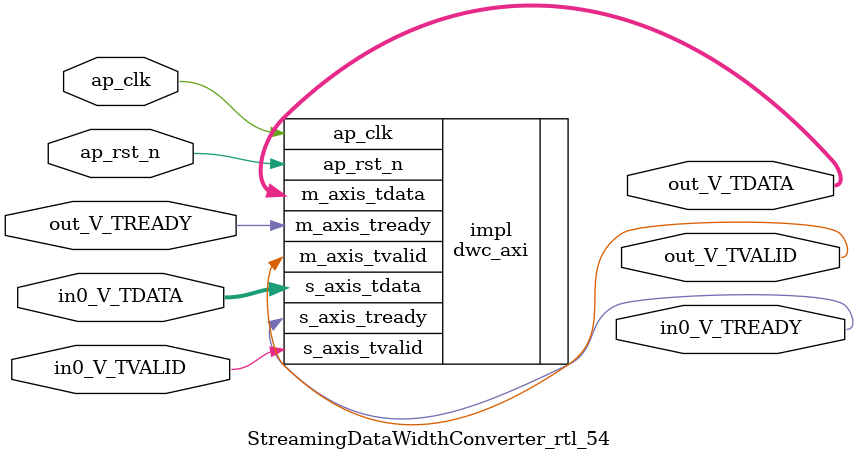
<source format=v>
/******************************************************************************
 * Copyright (C) 2023, Advanced Micro Devices, Inc.
 * All rights reserved.
 *
 * Redistribution and use in source and binary forms, with or without
 * modification, are permitted provided that the following conditions are met:
 *
 *  1. Redistributions of source code must retain the above copyright notice,
 *     this list of conditions and the following disclaimer.
 *
 *  2. Redistributions in binary form must reproduce the above copyright
 *     notice, this list of conditions and the following disclaimer in the
 *     documentation and/or other materials provided with the distribution.
 *
 *  3. Neither the name of the copyright holder nor the names of its
 *     contributors may be used to endorse or promote products derived from
 *     this software without specific prior written permission.
 *
 * THIS SOFTWARE IS PROVIDED BY THE COPYRIGHT HOLDERS AND CONTRIBUTORS "AS IS"
 * AND ANY EXPRESS OR IMPLIED WARRANTIES, INCLUDING, BUT NOT LIMITED TO,
 * THE IMPLIED WARRANTIES OF MERCHANTABILITY AND FITNESS FOR A PARTICULAR
 * PURPOSE ARE DISCLAIMED. IN NO EVENT SHALL THE COPYRIGHT HOLDER OR
 * CONTRIBUTORS BE LIABLE FOR ANY DIRECT, INDIRECT, INCIDENTAL, SPECIAL,
 * EXEMPLARY, OR CONSEQUENTIAL DAMAGES (INCLUDING, BUT NOT LIMITED TO,
 * PROCUREMENT OF SUBSTITUTE GOODS OR SERVICES; LOSS OF USE, DATA, OR PROFITS;
 * OR BUSINESS INTERRUPTION). HOWEVER CAUSED AND ON ANY THEORY OF LIABILITY,
 * WHETHER IN CONTRACT, STRICT LIABILITY, OR TORT (INCLUDING NEGLIGENCE OR
 * OTHERWISE) ARISING IN ANY WAY OUT OF THE USE OF THIS SOFTWARE, EVEN IF
 * ADVISED OF THE POSSIBILITY OF SUCH DAMAGE.
 *****************************************************************************/

module StreamingDataWidthConverter_rtl_54 #(
	parameter  IBITS = 5,
	parameter  OBITS = 320,

	parameter  AXI_IBITS = (IBITS+7)/8 * 8,
	parameter  AXI_OBITS = (OBITS+7)/8 * 8
)(
	//- Global Control ------------------
	(* X_INTERFACE_INFO = "xilinx.com:signal:clock:1.0 ap_clk CLK" *)
	(* X_INTERFACE_PARAMETER = "ASSOCIATED_BUSIF in0_V:out_V, ASSOCIATED_RESET ap_rst_n" *)
	input	ap_clk,
	(* X_INTERFACE_PARAMETER = "POLARITY ACTIVE_LOW" *)
	input	ap_rst_n,

	//- AXI Stream - Input --------------
	output	in0_V_TREADY,
	input	in0_V_TVALID,
	input	[AXI_IBITS-1:0]  in0_V_TDATA,

	//- AXI Stream - Output -------------
	input	out_V_TREADY,
	output	out_V_TVALID,
	output	[AXI_OBITS-1:0]  out_V_TDATA
);

	dwc_axi #(
		.IBITS(IBITS),
		.OBITS(OBITS)
	) impl (
		.ap_clk(ap_clk),
		.ap_rst_n(ap_rst_n),
		.s_axis_tready(in0_V_TREADY),
		.s_axis_tvalid(in0_V_TVALID),
		.s_axis_tdata(in0_V_TDATA),
		.m_axis_tready(out_V_TREADY),
		.m_axis_tvalid(out_V_TVALID),
		.m_axis_tdata(out_V_TDATA)
	);

endmodule

</source>
